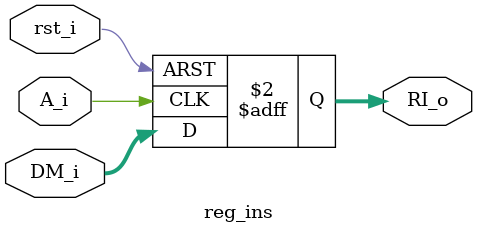
<source format=v>
`timescale 1ns / 1ps

//Modulo Registo de instrucciones
module reg_ins (
    input A_i,
	input rst_i,
	input      [3:0] DM_i,
	output reg [3:0] RI_o
);
  always @(posedge A_i or posedge rst_i)
    begin
	    if (rst_i)
		    RI_o <= 4'b0000;
	    else 
		    RI_o <= DM_i;
	 end

endmodule 
</source>
